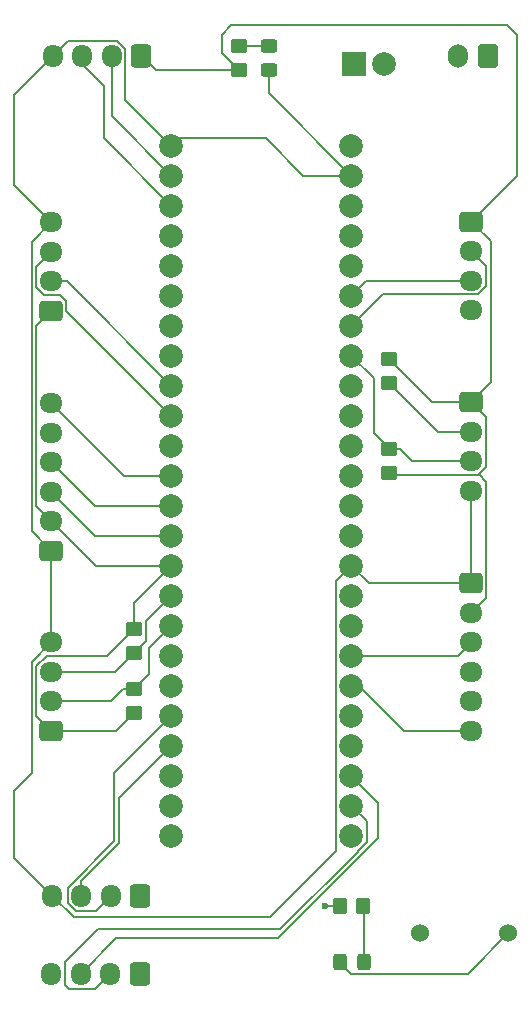
<source format=gbr>
%TF.GenerationSoftware,KiCad,Pcbnew,8.0.3*%
%TF.CreationDate,2024-10-23T15:03:03-04:00*%
%TF.ProjectId,mcu-board,6d63752d-626f-4617-9264-2e6b69636164,rev?*%
%TF.SameCoordinates,Original*%
%TF.FileFunction,Copper,L1,Top*%
%TF.FilePolarity,Positive*%
%FSLAX46Y46*%
G04 Gerber Fmt 4.6, Leading zero omitted, Abs format (unit mm)*
G04 Created by KiCad (PCBNEW 8.0.3) date 2024-10-23 15:03:03*
%MOMM*%
%LPD*%
G01*
G04 APERTURE LIST*
G04 Aperture macros list*
%AMRoundRect*
0 Rectangle with rounded corners*
0 $1 Rounding radius*
0 $2 $3 $4 $5 $6 $7 $8 $9 X,Y pos of 4 corners*
0 Add a 4 corners polygon primitive as box body*
4,1,4,$2,$3,$4,$5,$6,$7,$8,$9,$2,$3,0*
0 Add four circle primitives for the rounded corners*
1,1,$1+$1,$2,$3*
1,1,$1+$1,$4,$5*
1,1,$1+$1,$6,$7*
1,1,$1+$1,$8,$9*
0 Add four rect primitives between the rounded corners*
20,1,$1+$1,$2,$3,$4,$5,0*
20,1,$1+$1,$4,$5,$6,$7,0*
20,1,$1+$1,$6,$7,$8,$9,0*
20,1,$1+$1,$8,$9,$2,$3,0*%
G04 Aperture macros list end*
%TA.AperFunction,ComponentPad*%
%ADD10R,2.000000X2.000000*%
%TD*%
%TA.AperFunction,ComponentPad*%
%ADD11C,2.000000*%
%TD*%
%TA.AperFunction,ComponentPad*%
%ADD12C,1.524000*%
%TD*%
%TA.AperFunction,ComponentPad*%
%ADD13RoundRect,0.250000X-0.725000X0.600000X-0.725000X-0.600000X0.725000X-0.600000X0.725000X0.600000X0*%
%TD*%
%TA.AperFunction,ComponentPad*%
%ADD14O,1.950000X1.700000*%
%TD*%
%TA.AperFunction,SMDPad,CuDef*%
%ADD15RoundRect,0.250000X-0.450000X0.350000X-0.450000X-0.350000X0.450000X-0.350000X0.450000X0.350000X0*%
%TD*%
%TA.AperFunction,ComponentPad*%
%ADD16RoundRect,0.250000X0.600000X0.725000X-0.600000X0.725000X-0.600000X-0.725000X0.600000X-0.725000X0*%
%TD*%
%TA.AperFunction,ComponentPad*%
%ADD17O,1.700000X1.950000*%
%TD*%
%TA.AperFunction,ComponentPad*%
%ADD18RoundRect,0.250000X0.600000X0.750000X-0.600000X0.750000X-0.600000X-0.750000X0.600000X-0.750000X0*%
%TD*%
%TA.AperFunction,ComponentPad*%
%ADD19O,1.700000X2.000000*%
%TD*%
%TA.AperFunction,ComponentPad*%
%ADD20RoundRect,0.250000X0.725000X-0.600000X0.725000X0.600000X-0.725000X0.600000X-0.725000X-0.600000X0*%
%TD*%
%TA.AperFunction,SMDPad,CuDef*%
%ADD21RoundRect,0.250000X0.450000X-0.350000X0.450000X0.350000X-0.450000X0.350000X-0.450000X-0.350000X0*%
%TD*%
%TA.AperFunction,SMDPad,CuDef*%
%ADD22RoundRect,0.250000X0.350000X0.450000X-0.350000X0.450000X-0.350000X-0.450000X0.350000X-0.450000X0*%
%TD*%
%TA.AperFunction,SMDPad,CuDef*%
%ADD23RoundRect,0.250000X-0.325000X-0.450000X0.325000X-0.450000X0.325000X0.450000X-0.325000X0.450000X0*%
%TD*%
%TA.AperFunction,SMDPad,CuDef*%
%ADD24RoundRect,0.250000X0.450000X-0.325000X0.450000X0.325000X-0.450000X0.325000X-0.450000X-0.325000X0*%
%TD*%
%TA.AperFunction,ViaPad*%
%ADD25C,0.600000*%
%TD*%
%TA.AperFunction,Conductor*%
%ADD26C,0.200000*%
%TD*%
%TA.AperFunction,Conductor*%
%ADD27C,0.508000*%
%TD*%
G04 APERTURE END LIST*
D10*
%TO.P,J11,1,Pin_1*%
%TO.N,Net-(J11-Pin_1)*%
X172960000Y-35000000D03*
D11*
%TO.P,J11,2,Pin_2*%
%TO.N,Net-(J11-Pin_2)*%
X175500000Y-35000000D03*
%TD*%
D12*
%TO.P,BZ1,1,+*%
%TO.N,Net-(BZ1-+)*%
X178500000Y-108600000D03*
%TO.P,BZ1,2,-*%
%TO.N,GND*%
X186000000Y-108600000D03*
%TD*%
D13*
%TO.P,J8,1,Pin_1*%
%TO.N,GND*%
X182880000Y-78940000D03*
D14*
%TO.P,J8,2,Pin_2*%
%TO.N,+3.3V*%
X182880000Y-81440000D03*
%TO.P,J8,3,Pin_3*%
%TO.N,/MISO1*%
X182880000Y-83940000D03*
%TO.P,J8,4,Pin_4*%
%TO.N,/MOSI1*%
X182880000Y-86440000D03*
%TO.P,J8,5,Pin_5*%
%TO.N,/SCK1*%
X182880000Y-88940000D03*
%TO.P,J8,6,Pin_6*%
%TO.N,/CS1*%
X182880000Y-91440000D03*
%TD*%
D15*
%TO.P,R4,1*%
%TO.N,+3.3V*%
X154305000Y-82820000D03*
%TO.P,R4,2*%
%TO.N,/SCL2*%
X154305000Y-84820000D03*
%TD*%
D13*
%TO.P,J5,1,Pin_1*%
%TO.N,+3.3V*%
X182880000Y-48340000D03*
D14*
%TO.P,J5,2,Pin_2*%
%TO.N,/RX5*%
X182880000Y-50840000D03*
%TO.P,J5,3,Pin_3*%
%TO.N,/TX5*%
X182880000Y-53340000D03*
%TO.P,J5,4,Pin_4*%
%TO.N,GND*%
X182880000Y-55840000D03*
%TD*%
D16*
%TO.P,J3,1,Pin_1*%
%TO.N,+3.3V*%
X154940000Y-34290000D03*
D17*
%TO.P,J3,2,Pin_2*%
%TO.N,/RX1*%
X152440000Y-34290000D03*
%TO.P,J3,3,Pin_3*%
%TO.N,/TX1*%
X149940000Y-34290000D03*
%TO.P,J3,4,Pin_4*%
%TO.N,GND*%
X147440000Y-34290000D03*
%TD*%
D18*
%TO.P,J9,1,Pin_1*%
%TO.N,Net-(J11-Pin_2)*%
X184250000Y-34290000D03*
D19*
%TO.P,J9,2,Pin_2*%
%TO.N,GND*%
X181750000Y-34290000D03*
%TD*%
D13*
%TO.P,J1,1,Pin_1*%
%TO.N,+3.3V*%
X182880000Y-63620000D03*
D14*
%TO.P,J1,2,Pin_2*%
%TO.N,/SDA0*%
X182880000Y-66120000D03*
%TO.P,J1,3,Pin_3*%
%TO.N,/SCL0*%
X182880000Y-68620000D03*
%TO.P,J1,4,Pin_4*%
%TO.N,GND*%
X182880000Y-71120000D03*
%TD*%
D20*
%TO.P,J2,1,Pin_1*%
%TO.N,+3.3V*%
X147320000Y-91440000D03*
D14*
%TO.P,J2,2,Pin_2*%
%TO.N,/SDA2*%
X147320000Y-88940000D03*
%TO.P,J2,3,Pin_3*%
%TO.N,/SCL2*%
X147320000Y-86440000D03*
%TO.P,J2,4,Pin_4*%
%TO.N,GND*%
X147320000Y-83940000D03*
%TD*%
D21*
%TO.P,R5,1*%
%TO.N,+3.3V*%
X163210000Y-35500000D03*
%TO.P,R5,2*%
%TO.N,Net-(D1-A)*%
X163210000Y-33500000D03*
%TD*%
D15*
%TO.P,R3,1*%
%TO.N,/SDA2*%
X154305000Y-87900000D03*
%TO.P,R3,2*%
%TO.N,+3.3V*%
X154305000Y-89900000D03*
%TD*%
D16*
%TO.P,J7,1,Pin_1*%
%TO.N,+3.3V*%
X154800000Y-112000000D03*
D17*
%TO.P,J7,2,Pin_2*%
%TO.N,/RX8*%
X152300000Y-112000000D03*
%TO.P,J7,3,Pin_3*%
%TO.N,/TX8*%
X149800000Y-112000000D03*
%TO.P,J7,4,Pin_4*%
%TO.N,GND*%
X147300000Y-112000000D03*
%TD*%
D21*
%TO.P,R1,1*%
%TO.N,/SDA0*%
X175895000Y-61960000D03*
%TO.P,R1,2*%
%TO.N,+3.3V*%
X175895000Y-59960000D03*
%TD*%
%TO.P,R2,1*%
%TO.N,+3.3V*%
X175895000Y-69580000D03*
%TO.P,R2,2*%
%TO.N,/SCL0*%
X175895000Y-67580000D03*
%TD*%
D16*
%TO.P,J6,1,Pin_1*%
%TO.N,+3.3V*%
X154860000Y-105400000D03*
D17*
%TO.P,J6,2,Pin_2*%
%TO.N,/RX7*%
X152360000Y-105400000D03*
%TO.P,J6,3,Pin_3*%
%TO.N,/TX7*%
X149860000Y-105400000D03*
%TO.P,J6,4,Pin_4*%
%TO.N,GND*%
X147360000Y-105400000D03*
%TD*%
D22*
%TO.P,R6,1*%
%TO.N,Net-(D2-A)*%
X173750000Y-106250000D03*
%TO.P,R6,2*%
%TO.N,Net-(R6-Pad2)*%
X171750000Y-106250000D03*
%TD*%
D20*
%TO.P,J10,1,Pin_1*%
%TO.N,GND*%
X147320000Y-76200000D03*
D14*
%TO.P,J10,2,Pin_2*%
%TO.N,+3.3V*%
X147320000Y-73700000D03*
%TO.P,J10,3,Pin_3*%
%TO.N,/MISO0*%
X147320000Y-71200000D03*
%TO.P,J10,4,Pin_4*%
%TO.N,/MOSI0*%
X147320000Y-68700000D03*
%TO.P,J10,5,Pin_5*%
%TO.N,/SCK0*%
X147320000Y-66200000D03*
%TO.P,J10,6,Pin_6*%
%TO.N,/CS0*%
X147320000Y-63700000D03*
%TD*%
D11*
%TO.P,Teensy4.2,0,GND*%
%TO.N,GND*%
X157480000Y-41910000D03*
%TO.P,Teensy4.2,1,RX1*%
%TO.N,/RX1*%
X157480000Y-44450000D03*
%TO.P,Teensy4.2,2,TX1*%
%TO.N,/TX1*%
X157480000Y-46990000D03*
%TO.P,Teensy4.2,3,PWM*%
%TO.N,unconnected-(Teensy4.2-PWM-Pad3)*%
X157480000Y-49530000D03*
%TO.P,Teensy4.2,4,PWM*%
%TO.N,unconnected-(Teensy4.2-PWM-Pad4)*%
X157480000Y-52070000D03*
%TO.P,Teensy4.2,5,PWM*%
%TO.N,unconnected-(Teensy4.2-PWM-Pad5)*%
X157480000Y-54610000D03*
%TO.P,Teensy4.2,6,PWM*%
%TO.N,unconnected-(Teensy4.2-PWM-Pad6)*%
X157480000Y-57150000D03*
%TO.P,Teensy4.2,7,PWM*%
%TO.N,unconnected-(Teensy4.2-PWM-Pad7)*%
X157480000Y-59690000D03*
%TO.P,Teensy4.2,8,RX2*%
%TO.N,/RX2*%
X157480000Y-62230000D03*
%TO.P,Teensy4.2,9,TX2*%
%TO.N,/TX2*%
X157480000Y-64770000D03*
%TO.P,Teensy4.2,10,PWM*%
%TO.N,unconnected-(Teensy4.2-PWM-Pad10)*%
X157480000Y-67310000D03*
%TO.P,Teensy4.2,11,CS*%
%TO.N,/CS0*%
X157480000Y-69850000D03*
%TO.P,Teensy4.2,12,MOSI*%
%TO.N,/MOSI0*%
X157480000Y-72390000D03*
%TO.P,Teensy4.2,13,MISO*%
%TO.N,/MISO0*%
X157480000Y-74930000D03*
%TO.P,Teensy4.2,14,3.3V*%
%TO.N,+3.3V*%
X157480000Y-77470000D03*
%TO.P,Teensy4.2,15,SCL2*%
%TO.N,/SCL2*%
X157480000Y-80010000D03*
%TO.P,Teensy4.2,16,SDA2*%
%TO.N,/SDA2*%
X157480000Y-82550000D03*
%TO.P,Teensy4.2,17,MOSI1*%
%TO.N,/MOSI1*%
X157480000Y-85090000D03*
%TO.P,Teensy4.2,18,SCK1*%
%TO.N,/SCK1*%
X157480000Y-87630000D03*
%TO.P,Teensy4.2,19,RX7*%
%TO.N,/RX7*%
X157480000Y-90170000D03*
%TO.P,Teensy4.2,20,TX7*%
%TO.N,/TX7*%
X157480000Y-92710000D03*
%TO.P,Teensy4.2,21,GPIO*%
%TO.N,unconnected-(Teensy4.2-GPIO-Pad21)*%
X157480000Y-95250000D03*
%TO.P,Teensy4.2,22,GPIO*%
%TO.N,unconnected-(Teensy4.2-GPIO-Pad22)*%
X157480000Y-97790000D03*
%TO.P,Teensy4.2,23,GPIO*%
%TO.N,Net-(R6-Pad2)*%
X157480000Y-100330000D03*
%TO.P,Teensy4.2,24,PWM*%
%TO.N,Net-(BZ1-+)*%
X172720000Y-100330000D03*
%TO.P,Teensy4.2,25,RX8*%
%TO.N,/RX8*%
X172720000Y-97790000D03*
%TO.P,Teensy4.2,26,TX8*%
%TO.N,/TX8*%
X172720000Y-95250000D03*
%TO.P,Teensy4.2,27,PWM*%
%TO.N,unconnected-(Teensy4.2-PWM-Pad27)*%
X172720000Y-92710000D03*
%TO.P,Teensy4.2,28,PWM*%
%TO.N,unconnected-(Teensy4.2-PWM-Pad28)*%
X172720000Y-90170000D03*
%TO.P,Teensy4.2,29,CS1*%
%TO.N,/CS1*%
X172720000Y-87630000D03*
%TO.P,Teensy4.2,30,MISO*%
%TO.N,/MISO1*%
X172720000Y-85090000D03*
%TO.P,Teensy4.2,31,A16*%
%TO.N,unconnected-(Teensy4.2-A16-Pad31)*%
X172720000Y-82550000D03*
%TO.P,Teensy4.2,32,A17*%
%TO.N,unconnected-(Teensy4.2-A17-Pad32)*%
X172720000Y-80010000D03*
%TO.P,Teensy4.2,33,GND*%
%TO.N,GND*%
X172720000Y-77470000D03*
%TO.P,Teensy4.2,34,SCK*%
%TO.N,/SCK0*%
X172720000Y-74930000D03*
%TO.P,Teensy4.2,35,A0*%
%TO.N,unconnected-(Teensy4.2-A0-Pad35)*%
X172720000Y-72390000D03*
%TO.P,Teensy4.2,36,A1*%
%TO.N,unconnected-(Teensy4.2-A1-Pad36)*%
X172720000Y-69850000D03*
%TO.P,Teensy4.2,37,A2*%
%TO.N,unconnected-(Teensy4.2-A2-Pad37)*%
X172720000Y-67310000D03*
%TO.P,Teensy4.2,38,A3*%
%TO.N,unconnected-(Teensy4.2-A3-Pad38)*%
X172720000Y-64770000D03*
%TO.P,Teensy4.2,39,SDA*%
%TO.N,/SDA0*%
X172720000Y-62230000D03*
%TO.P,Teensy4.2,40,SCL*%
%TO.N,/SCL0*%
X172720000Y-59690000D03*
%TO.P,Teensy4.2,41,TX5*%
%TO.N,/RX5*%
X172720000Y-57150000D03*
%TO.P,Teensy4.2,42,RX5*%
%TO.N,/TX5*%
X172720000Y-54610000D03*
%TO.P,Teensy4.2,43,PWM*%
%TO.N,unconnected-(Teensy4.2-PWM-Pad43)*%
X172720000Y-52070000D03*
%TO.P,Teensy4.2,44,PWM*%
%TO.N,unconnected-(Teensy4.2-PWM-Pad44)*%
X172720000Y-49530000D03*
%TO.P,Teensy4.2,45,3.3V*%
%TO.N,unconnected-(Teensy4.2-3.3V-Pad45)*%
X172720000Y-46990000D03*
%TO.P,Teensy4.2,46,GND*%
%TO.N,GND*%
X172720000Y-44450000D03*
%TO.P,Teensy4.2,47,Vin*%
%TO.N,Net-(J11-Pin_1)*%
X172720000Y-41910000D03*
%TD*%
D20*
%TO.P,J4,1,Pin_1*%
%TO.N,+3.3V*%
X147320000Y-55880000D03*
D14*
%TO.P,J4,2,Pin_2*%
%TO.N,/RX2*%
X147320000Y-53380000D03*
%TO.P,J4,3,Pin_3*%
%TO.N,/TX2*%
X147320000Y-50880000D03*
%TO.P,J4,4,Pin_4*%
%TO.N,GND*%
X147320000Y-48380000D03*
%TD*%
D23*
%TO.P,D2,1,K*%
%TO.N,GND*%
X171725000Y-111000000D03*
%TO.P,D2,2,A*%
%TO.N,Net-(D2-A)*%
X173775000Y-111000000D03*
%TD*%
D24*
%TO.P,D1,1,K*%
%TO.N,GND*%
X165750000Y-35525000D03*
%TO.P,D1,2,A*%
%TO.N,Net-(D1-A)*%
X165750000Y-33475000D03*
%TD*%
D25*
%TO.N,Net-(R6-Pad2)*%
X170500000Y-106250000D03*
%TD*%
D26*
%TO.N,/SCL0*%
X174600000Y-66200000D02*
X174600000Y-61600000D01*
X175895000Y-67580000D02*
X176800000Y-67580000D01*
X172720000Y-59720000D02*
X172720000Y-59690000D01*
X177840000Y-68620000D02*
X182880000Y-68620000D01*
X175895000Y-67580000D02*
X175895000Y-67495000D01*
X174600000Y-61600000D02*
X172720000Y-59720000D01*
X175895000Y-67495000D02*
X174600000Y-66200000D01*
X176800000Y-67580000D02*
X177840000Y-68620000D01*
%TO.N,GND*%
X147320000Y-83940000D02*
X147320000Y-76200000D01*
X144145000Y-37585000D02*
X144145000Y-45205000D01*
X148715000Y-33015000D02*
X152916346Y-33015000D01*
X168665000Y-44450000D02*
X165490000Y-41275000D01*
X172720000Y-44450000D02*
X168665000Y-44450000D01*
X152916346Y-33015000D02*
X153590000Y-33688654D01*
X158115000Y-41275000D02*
X165490000Y-41275000D01*
X171725000Y-111000000D02*
X172725000Y-112000000D01*
X144145000Y-45205000D02*
X147320000Y-48380000D01*
X147440000Y-34290000D02*
X144145000Y-37585000D01*
X145645000Y-85615000D02*
X145645000Y-95020000D01*
X171420000Y-101580000D02*
X171420000Y-78770000D01*
X165750000Y-37480000D02*
X172720000Y-44450000D01*
X147320000Y-76200000D02*
X145645000Y-74525000D01*
X182880000Y-78940000D02*
X174190000Y-78940000D01*
X182880000Y-78940000D02*
X182880000Y-71120000D01*
X172725000Y-112000000D02*
X182600000Y-112000000D01*
X153590000Y-33688654D02*
X153590000Y-38020000D01*
X145645000Y-74525000D02*
X145645000Y-50055000D01*
X157480000Y-41910000D02*
X158115000Y-41275000D01*
X174190000Y-78940000D02*
X172720000Y-77470000D01*
X147400000Y-105400000D02*
X149200000Y-107200000D01*
X144145000Y-96520000D02*
X144145000Y-102185000D01*
X147440000Y-34290000D02*
X148715000Y-33015000D01*
X147360000Y-105400000D02*
X147400000Y-105400000D01*
X153590000Y-38020000D02*
X157480000Y-41910000D01*
X145645000Y-50055000D02*
X147320000Y-48380000D01*
X147320000Y-83940000D02*
X145645000Y-85615000D01*
X149200000Y-107200000D02*
X165800000Y-107200000D01*
X165750000Y-35525000D02*
X165750000Y-37480000D01*
X165800000Y-107200000D02*
X171420000Y-101580000D01*
X171420000Y-78770000D02*
X172720000Y-77470000D01*
X182600000Y-112000000D02*
X186000000Y-108600000D01*
X144145000Y-102185000D02*
X147360000Y-105400000D01*
X145645000Y-95020000D02*
X144145000Y-96520000D01*
%TO.N,/SDA0*%
X180055000Y-66120000D02*
X175895000Y-61960000D01*
X182880000Y-66120000D02*
X180055000Y-66120000D01*
%TO.N,+3.3V*%
X162560000Y-31690000D02*
X161750000Y-32500000D01*
X186750000Y-44470000D02*
X186750000Y-32500000D01*
X183515000Y-69736346D02*
X184155000Y-69096346D01*
X184555000Y-50015000D02*
X182880000Y-48340000D01*
X161750000Y-32500000D02*
X161750000Y-34040000D01*
X156150000Y-35500000D02*
X163210000Y-35500000D01*
X154305000Y-80645000D02*
X157480000Y-77470000D01*
X147320000Y-91440000D02*
X152765000Y-91440000D01*
X146918654Y-85090000D02*
X152035000Y-85090000D01*
X184155000Y-69096346D02*
X184155000Y-64895000D01*
X184155000Y-64895000D02*
X182880000Y-63620000D01*
X146045000Y-85963654D02*
X146918654Y-85090000D01*
X152765000Y-91440000D02*
X154305000Y-89900000D01*
X151090000Y-77470000D02*
X147320000Y-73700000D01*
X186750000Y-32500000D02*
X185940000Y-31690000D01*
X182880000Y-63620000D02*
X179555000Y-63620000D01*
X147320000Y-73700000D02*
X146045000Y-72425000D01*
X182880000Y-48340000D02*
X186750000Y-44470000D01*
X182880000Y-81440000D02*
X184155000Y-80165000D01*
X185940000Y-31690000D02*
X162560000Y-31690000D01*
X157480000Y-77470000D02*
X151090000Y-77470000D01*
X146045000Y-57155000D02*
X147320000Y-55880000D01*
X161750000Y-34040000D02*
X163210000Y-35500000D01*
X183481346Y-69770000D02*
X183515000Y-69736346D01*
X176085000Y-69770000D02*
X183481346Y-69770000D01*
X175895000Y-69580000D02*
X176085000Y-69770000D01*
X154940000Y-34290000D02*
X156150000Y-35500000D01*
X184555000Y-61945000D02*
X184555000Y-50015000D01*
X182880000Y-63620000D02*
X184555000Y-61945000D01*
X152035000Y-85090000D02*
X154305000Y-82820000D01*
X147320000Y-91440000D02*
X146045000Y-90165000D01*
X179555000Y-63620000D02*
X175895000Y-59960000D01*
X184155000Y-70376346D02*
X183515000Y-69736346D01*
X154305000Y-82820000D02*
X154305000Y-80645000D01*
X184155000Y-80165000D02*
X184155000Y-70376346D01*
X146045000Y-72425000D02*
X146045000Y-57155000D01*
X146045000Y-90165000D02*
X146045000Y-85963654D01*
%TO.N,/SDA2*%
X154305000Y-87900000D02*
X153400000Y-87900000D01*
X155575000Y-86630000D02*
X154305000Y-87900000D01*
X155575000Y-84455000D02*
X155575000Y-86630000D01*
X157480000Y-82550000D02*
X155575000Y-84455000D01*
X152360000Y-88940000D02*
X147320000Y-88940000D01*
X153400000Y-87900000D02*
X152360000Y-88940000D01*
%TO.N,/SCL2*%
X157480000Y-80010000D02*
X155305000Y-82185000D01*
X155305000Y-82185000D02*
X155305000Y-83820000D01*
X155305000Y-83820000D02*
X154305000Y-84820000D01*
X147320000Y-86440000D02*
X152685000Y-86440000D01*
X152685000Y-86440000D02*
X154305000Y-84820000D01*
%TO.N,/TX1*%
X151765000Y-36830000D02*
X149940000Y-35005000D01*
X157480000Y-46990000D02*
X151765000Y-41275000D01*
X151765000Y-41275000D02*
X151765000Y-36830000D01*
X149940000Y-35005000D02*
X149940000Y-34290000D01*
%TO.N,/RX1*%
X152440000Y-39410000D02*
X152440000Y-34290000D01*
X157480000Y-44450000D02*
X152440000Y-39410000D01*
%TO.N,/TX2*%
X146718654Y-54530000D02*
X146045000Y-53856346D01*
X148595000Y-55885000D02*
X148595000Y-55045256D01*
X148595000Y-55045256D02*
X148079744Y-54530000D01*
X146045000Y-52155000D02*
X147320000Y-50880000D01*
X148079744Y-54530000D02*
X146718654Y-54530000D01*
X157480000Y-64770000D02*
X148595000Y-55885000D01*
X146045000Y-53856346D02*
X146045000Y-52155000D01*
%TO.N,/RX2*%
X148630000Y-53380000D02*
X147320000Y-53380000D01*
X157480000Y-62230000D02*
X148630000Y-53380000D01*
%TO.N,/TX5*%
X173990000Y-53340000D02*
X172720000Y-54610000D01*
X182880000Y-53340000D02*
X173990000Y-53340000D01*
%TO.N,/RX5*%
X175380000Y-54490000D02*
X183481346Y-54490000D01*
X184155000Y-52115000D02*
X182880000Y-50840000D01*
X183481346Y-54490000D02*
X184155000Y-53816346D01*
X172720000Y-57150000D02*
X175380000Y-54490000D01*
X184155000Y-53816346D02*
X184155000Y-52115000D01*
%TO.N,/RX7*%
X149383654Y-106675000D02*
X151085000Y-106675000D01*
X152635000Y-100799314D02*
X148710000Y-104724314D01*
X157480000Y-90170000D02*
X152635000Y-95015000D01*
X151085000Y-106675000D02*
X152360000Y-105400000D01*
X148710000Y-106001346D02*
X149383654Y-106675000D01*
X152635000Y-95015000D02*
X152635000Y-100799314D01*
X148710000Y-104724314D02*
X148710000Y-106001346D01*
%TO.N,/TX7*%
X153035000Y-100965000D02*
X149860000Y-104140000D01*
X157480000Y-92710000D02*
X153035000Y-97155000D01*
X153035000Y-97155000D02*
X153035000Y-100965000D01*
X149860000Y-104140000D02*
X149860000Y-105400000D01*
%TO.N,/TX8*%
X175000000Y-100500000D02*
X175000000Y-97530000D01*
X149800000Y-112000000D02*
X152800000Y-109000000D01*
X175000000Y-97530000D02*
X172720000Y-95250000D01*
X152800000Y-109000000D02*
X166500000Y-109000000D01*
X166500000Y-109000000D02*
X175000000Y-100500000D01*
%TO.N,/RX8*%
X148826346Y-113275000D02*
X148500000Y-112948654D01*
X173258478Y-101675836D02*
X173258478Y-101630000D01*
X151250000Y-108250000D02*
X166684314Y-108250000D01*
X166684314Y-108250000D02*
X173258478Y-101675836D01*
X148500000Y-112948654D02*
X148500000Y-111000000D01*
X174020000Y-99090000D02*
X172720000Y-97790000D01*
X173258478Y-101630000D02*
X174020000Y-100868478D01*
X148500000Y-111000000D02*
X151250000Y-108250000D01*
X152300000Y-112000000D02*
X151025000Y-113275000D01*
X174020000Y-100868478D02*
X174020000Y-99090000D01*
X151025000Y-113275000D02*
X148826346Y-113275000D01*
%TO.N,/MISO1*%
X172720000Y-85090000D02*
X181730000Y-85090000D01*
X181730000Y-85090000D02*
X182880000Y-83940000D01*
%TO.N,/CS1*%
X172720000Y-87630000D02*
X173355000Y-87630000D01*
X173355000Y-87630000D02*
X177165000Y-91440000D01*
X177165000Y-91440000D02*
X182880000Y-91440000D01*
%TO.N,/MOSI0*%
X157480000Y-72390000D02*
X151010000Y-72390000D01*
X151010000Y-72390000D02*
X147320000Y-68700000D01*
%TO.N,/MISO0*%
X157480000Y-74930000D02*
X151050000Y-74930000D01*
X151050000Y-74930000D02*
X147320000Y-71200000D01*
%TO.N,/CS0*%
X157480000Y-69850000D02*
X153470000Y-69850000D01*
X153470000Y-69850000D02*
X147320000Y-63700000D01*
%TO.N,Net-(D1-A)*%
X165725000Y-33500000D02*
X165750000Y-33475000D01*
X163210000Y-33500000D02*
X165725000Y-33500000D01*
%TO.N,Net-(D2-A)*%
X173775000Y-111000000D02*
X173775000Y-106275000D01*
X173775000Y-106275000D02*
X173750000Y-106250000D01*
%TO.N,Net-(R6-Pad2)*%
X171750000Y-106250000D02*
X170500000Y-106250000D01*
D27*
%TO.N,Net-(J11-Pin_1)*%
X172960000Y-41670000D02*
X172720000Y-41910000D01*
%TD*%
M02*

</source>
